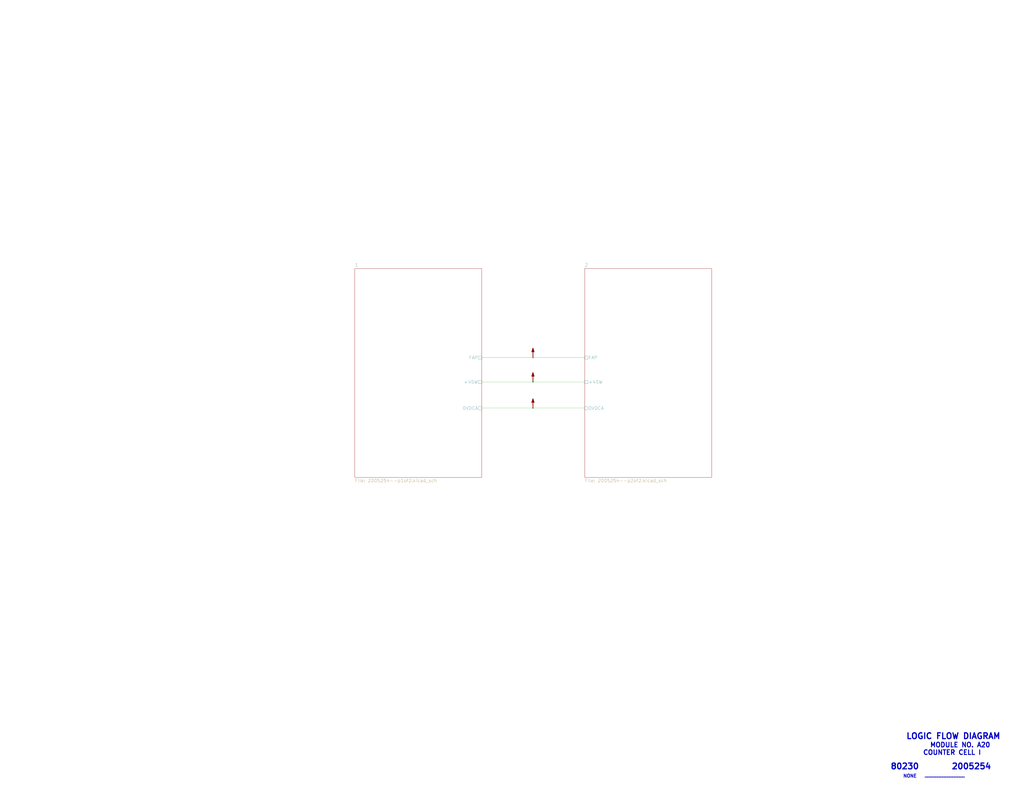
<source format=kicad_sch>
(kicad_sch (version 20211123) (generator eeschema)
  (paper "E")
  (lib_symbols
    (symbol "AGC_DSKY:PWR_FLAG" (power) (pin_numbers hide) (pin_names (offset 0) hide)
      (symbol "PWR_FLAG_0_0"
        (pin power_out line (at 0 0 90) (length 0) (name "pwr") (number "1"))
      )
      (symbol "PWR_FLAG_0_1"
        (polyline (pts (xy 0 0) (xy 0 10.16)) (stroke (width 0.762)))
        (polyline (pts (xy 0 10.16) (xy -1.27 6.35) (xy 1.27 6.35) (xy 0 10.16)) (stroke (width 0.762)) (fill (type outline)))
      )
    )
  )
  (junction (at 581.66 445.77))
  (junction (at 581.66 417.195))
  (junction (at 581.66 390.525))
  (wire (pts (xy 581.66 417.195) (xy 638.175 417.195)))
  (wire (pts (xy 581.66 390.525) (xy 638.175 390.525)))
  (wire (pts (xy 525.78 445.77) (xy 581.66 445.77)))
  (wire (pts (xy 525.78 417.195) (xy 581.66 417.195)))
  (wire (pts (xy 581.66 445.77) (xy 638.175 445.77)))
  (wire (pts (xy 525.78 390.525) (xy 581.66 390.525)))
  (text "80230" (at 971.55 840.74 0) (effects (font (size 6.35 6.35) (thickness 1.27) bold) (justify left bottom)))
  (text "2005254" (at 1038.225 840.74 0) (effects (font (size 6.35 6.35) (thickness 1.27) bold) (justify left bottom)))
  (text "________________" (at 1009.015 848.995 0) (effects (font (size 3.556 3.556) (thickness 0.7112) bold) (justify left bottom)))
  (text "COUNTER CELL I" (at 1007.11 824.865 0) (effects (font (size 5.08 5.08) (thickness 1.016) bold) (justify left bottom)))
  (text "LOGIC FLOW DIAGRAM" (at 988.695 807.72 0) (effects (font (size 6.35 6.35) (thickness 1.27) bold) (justify left bottom)))
  (text "NONE" (at 985.52 849.63 0) (effects (font (size 3.556 3.556) (thickness 0.7112) bold) (justify left bottom)))
  (text "MODULE NO. A20" (at 1014.73 816.61 0) (effects (font (size 5.08 5.08) (thickness 1.016) bold) (justify left bottom)))
  (symbol (lib_id "AGC_DSKY:PWR_FLAG") (at 581.66 445.77 0) (unit 1)
    (property "Reference" "#FLG0103" (effects hide))
    (property "Value" "PWR_FLAG" (effects hide))
  )
  (symbol (lib_id "AGC_DSKY:PWR_FLAG") (at 581.66 417.195 0) (unit 1)
    (property "Reference" "#FLG0102" (effects hide))
    (property "Value" "PWR_FLAG" (effects hide))
  )
  (symbol (lib_id "AGC_DSKY:PWR_FLAG") (at 581.66 390.525 0) (unit 1)
    (property "Reference" "#FLG0101" (effects hide))
    (property "Value" "PWR_FLAG" (effects hide))
  )
  (sheet (at 387.35 293.37) (size 138.43 227.965)
    (property "Sheet name" "1" (at 387.35 291.5154 0) (effects (font (size 3.556 3.556)) (justify left bottom)))
    (property "Sheet file" "2005254--p1of2.kicad_sch" (at 387.35 522.834 0) (effects (font (size 3.556 3.556)) (justify left top)))
    (pin "0VDCA" passive (at 525.78 445.77 0) (effects (font (size 3.556 3.556))))
    (pin "+4SW" passive (at 525.78 417.195 0) (effects (font (size 3.556 3.556))))
    (pin "FAP" passive (at 525.78 390.525 0) (effects (font (size 3.556 3.556))))
  )
  (sheet (at 638.175 293.37) (size 138.43 227.965)
    (property "Sheet name" "2" (at 638.175 291.5154 0) (effects (font (size 3.556 3.556)) (justify left bottom)))
    (property "Sheet file" "2005254--p2of2.kicad_sch" (at 638.175 522.834 0) (effects (font (size 3.556 3.556)) (justify left top)))
    (pin "0VDCA" passive (at 638.175 445.77 180) (effects (font (size 3.556 3.556))))
    (pin "+4SW" passive (at 638.175 417.195 180) (effects (font (size 3.556 3.556))))
    (pin "FAP" passive (at 638.175 390.525 180) (effects (font (size 3.556 3.556))))
  )
)
</source>
